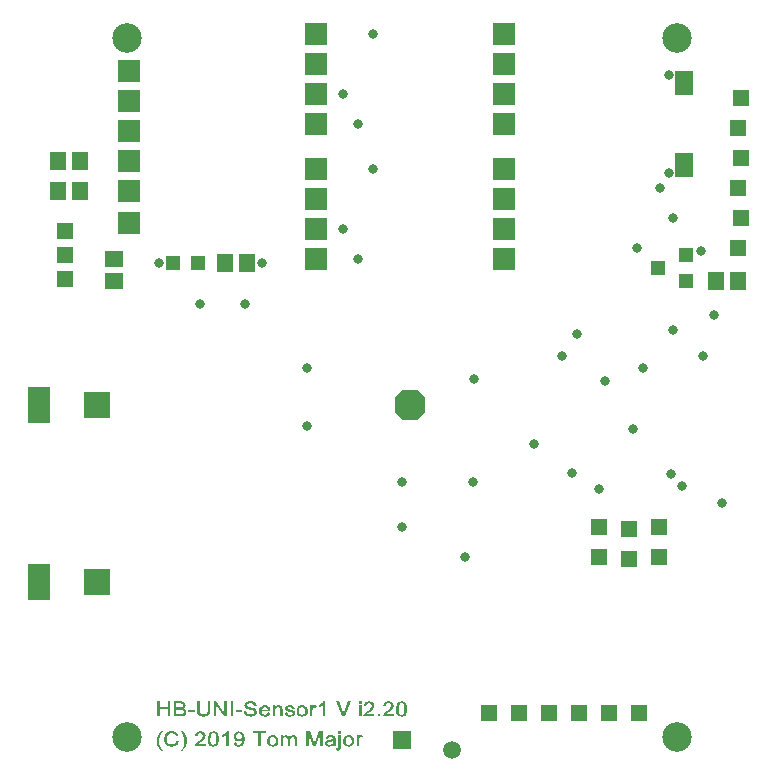
<source format=gts>
%FSLAX35Y35*%
%MOIN*%
%IN18=Loetstoppmaskeoben(X.StopTop)*%
%ADD10C,0.00591*%
%ADD11C,0.00004*%
%ADD12C,0.00200*%
%ADD13C,0.00240*%
%ADD14C,0.00300*%
%ADD15C,0.00384*%
%ADD16C,0.00400*%
%ADD17C,0.00413*%
%ADD18C,0.00535*%
%ADD19C,0.00600*%
%ADD20C,0.00748*%
%ADD21C,0.00768*%
%ADD22C,0.00787*%
%ADD23C,0.00800*%
%ADD24C,0.00886*%
%ADD25C,0.01024*%
%ADD26C,0.01181*%
%ADD27C,0.01575*%
%ADD28C,0.01969*%
%ADD29C,0.02362*%
%ADD30C,0.03150*%
%ADD31C,0.03536*%
%ADD32C,0.05000*%
%ADD33C,0.05906*%
%ADD34C,0.09843*%
%AMR_35*21,1,0.00600,0.07200,0,0,0.000*%
%ADD35R_35*%
%AMR_36*21,1,0.00788,0.03150,0,0,0.000*%
%ADD36R_36*%
%AMR_37*21,1,0.01181,0.00591,0,0,0.000*%
%ADD37R_37*%
%AMR_38*21,1,0.01181,0.01181,0,0,0.000*%
%ADD38R_38*%
%AMR_39*21,1,0.01250,0.04375,0,0,0.000*%
%ADD39R_39*%
%AMR_40*21,1,0.01400,0.05600,0,0,0.000*%
%ADD40R_40*%
%AMR_41*21,1,0.01574,0.04724,0,0,0.000*%
%ADD41R_41*%
%AMR_42*21,1,0.01969,0.05118,0,0,180.000*%
%ADD42R_42*%
%AMR_43*21,1,0.02300,0.01800,0,0,0.000*%
%ADD43R_43*%
%AMR_44*21,1,0.02362,0.05315,0,0,0.000*%
%ADD44R_44*%
%AMR_45*21,1,0.02756,0.11024,0,0,270.000*%
%ADD45R_45*%
%AMR_46*21,1,0.02953,0.05709,0,0,0.000*%
%ADD46R_46*%
%AMR_47*21,1,0.03150,0.00788,0,0,0.000*%
%ADD47R_47*%
%AMR_48*21,1,0.03750,0.01875,0,0,0.000*%
%ADD48R_48*%
%AMR_49*21,1,0.03750,0.13125,0,0,0.000*%
%ADD49R_49*%
%AMR_50*21,1,0.03937,0.05512,0,0,270.000*%
%ADD50R_50*%
%AMR_51*21,1,0.04600,0.05512,0,0,0.000*%
%ADD51R_51*%
%AMR_52*21,1,0.04724,0.01574,0,0,0.000*%
%ADD52R_52*%
%AMR_53*21,1,0.04724,0.04724,0,0,0.000*%
%ADD53R_53*%
%AMR_54*21,1,0.04724,0.04724,0,0,90.000*%
%ADD54R_54*%
%AMR_55*21,1,0.05118,0.01969,0,0,180.000*%
%ADD55R_55*%
%AMR_56*21,1,0.05118,0.05906,0,0,0.000*%
%ADD56R_56*%
%AMR_57*21,1,0.05118,0.05906,0,0,90.000*%
%ADD57R_57*%
%AMR_58*21,1,0.05118,0.05906,0,0,180.000*%
%ADD58R_58*%
%AMR_59*21,1,0.05118,0.06299,0,0,90.000*%
%ADD59R_59*%
%AMR_60*21,1,0.05118,0.06299,0,0,180.000*%
%ADD60R_60*%
%AMR_61*21,1,0.05118,0.06299,0,0,270.000*%
%ADD61R_61*%
%AMR_62*21,1,0.05512,0.05512,0,0,0.000*%
%ADD62R_62*%
%AMR_63*21,1,0.05512,0.05512,0,0,90.000*%
%ADD63R_63*%
%AMR_64*21,1,0.05512,0.05512,0,0,180.000*%
%ADD64R_64*%
%AMR_65*21,1,0.05512,0.05512,0,0,270.000*%
%ADD65R_65*%
%AMR_66*21,1,0.05600,0.01400,0,0,0.000*%
%ADD66R_66*%
%AMR_67*21,1,0.05709,0.02953,0,0,0.000*%
%ADD67R_67*%
%AMR_68*21,1,0.06299,0.06299,0,0,0.000*%
%ADD68R_68*%
%AMR_69*21,1,0.07087,0.07087,0,0,270.000*%
%ADD69R_69*%
%AMR_70*21,1,0.07087,0.11811,0,0,0.000*%
%ADD70R_70*%
%AMR_71*21,1,0.07874,0.06299,0,0,90.000*%
%ADD71R_71*%
%AMR_72*21,1,0.08661,0.04724,0,0,270.000*%
%ADD72R_72*%
%AMR_73*21,1,0.08661,0.08661,0,0,0.000*%
%ADD73R_73*%
%AMR_74*21,1,0.09843,0.19685,0,0,0.000*%
%ADD74R_74*%
%AMR_75*21,1,0.10000,0.01875,0,0,0.000*%
%ADD75R_75*%
%AMR_76*21,1,0.10625,0.01875,0,0,0.000*%
%ADD76R_76*%
%AMR_77*21,1,0.10625,0.19685,0,0,0.000*%
%ADD77R_77*%
%AMR_78*21,1,0.19685,0.09843,0,0,0.000*%
%ADD78R_78*%
%AMR_79*21,1,0.19685,0.19685,0,0,0.000*%
%ADD79R_79*%
%AMOCT_80*4,1,8,0.049213,0.024606,0.024606,0.049213,-0.024606,0.049213,-0.049213,0.024606,-0.049213,-0.024606,-0.024606,-0.049213,0.024606,-0.049213,0.049213,-0.024606,0.049213,0.024606,0.000*%
%ADD80OCT_80*%
G54D30*
X225231Y170856D03*
X44606Y167106D03*
X214606Y229606D03*
X125590Y93882D03*
X191278Y91481D03*
X125590Y78981D03*
X215856Y144606D03*
X149606Y128356D03*
X205856Y132106D03*
X215856Y182106D03*
X211481Y192106D03*
X149212Y93882D03*
X182106Y97106D03*
X214606Y197106D03*
X232106Y87106D03*
X229606Y149606D03*
X110856Y168356D03*
X110856Y213356D03*
X105856Y178356D03*
X105856Y223356D03*
X193356Y127731D03*
X215231Y96481D03*
X202731Y111481D03*
X183981Y143356D03*
X218981Y92731D03*
X93981Y132106D03*
X178981Y135856D03*
X73356Y153356D03*
X58356Y153356D03*
X78981Y167106D03*
X203876Y172106D03*
X115856Y198356D03*
X115856Y243356D03*
X169606Y106481D03*
X93981Y112731D03*
X146481Y68981D03*
X225856Y135856D03*
G54D33*
X142106Y4606D03*
G54D34*
X34055Y9055D03*
X217125Y9055D03*
X217125Y242125D03*
X34055Y242125D03*
G54D53*
X220356Y160900D03*
X220356Y169562D03*
X210856Y165231D03*
G54D54*
X49222Y167106D03*
X57490Y167106D03*
G54D58*
X237721Y160856D03*
X230241Y160856D03*
G54D59*
X29606Y160866D03*
X29606Y168346D03*
G54D60*
X73971Y167106D03*
X66491Y167106D03*
X18346Y190856D03*
X10866Y190856D03*
X18346Y200856D03*
X10866Y200856D03*
G54D62*
X191278Y78981D03*
X191278Y68981D03*
X201278Y78193D03*
X201278Y68193D03*
X211278Y78981D03*
X211278Y68981D03*
G54D63*
X237731Y172106D03*
X238518Y182106D03*
X237731Y192106D03*
X238518Y202106D03*
X237731Y212106D03*
X238518Y222106D03*
G54D64*
X204606Y17106D03*
X194606Y17106D03*
X184606Y17106D03*
X174606Y17106D03*
X164606Y17106D03*
X154606Y17106D03*
G54D65*
X13356Y161732D03*
X13356Y177480D03*
X13356Y169606D03*
G54D68*
X125590Y8043D03*
G54D69*
X96850Y243356D03*
X96850Y233356D03*
X96850Y223356D03*
X96850Y213356D03*
X96850Y198356D03*
X96850Y188356D03*
X96850Y178356D03*
X96850Y168356D03*
X159606Y243356D03*
X159606Y233356D03*
X159606Y223356D03*
X159606Y213356D03*
X159606Y198356D03*
X159606Y188356D03*
X159606Y178356D03*
X159606Y168356D03*
X34606Y220856D03*
X34606Y210856D03*
X34606Y200856D03*
X34606Y190856D03*
X34606Y180231D03*
X34606Y230856D03*
G54D70*
X4606Y119758D03*
X4606Y60703D03*
G54D71*
X219606Y199601D03*
X219606Y227111D03*
G54D73*
X24025Y119758D03*
X24025Y60703D03*
G54D80*
X128356Y119758D03*
G36*
X44812Y15856D02*
X43946Y15856D01*
X43946Y20856D01*
X44812Y20856D01*
X44812Y18848D01*
X47490Y18848D01*
X47490Y20856D01*
X48356Y20856D01*
X48356Y15856D01*
X47490Y15856D01*
X47490Y18139D01*
X44812Y18139D01*
X44812Y15856D01*
D02*G37*
G36*
X52135Y20816D02*
X51584Y20856D01*
X49458Y20856D01*
D02*G37*
G36*
X52608Y20698D02*
X52135Y20816D01*
X49458Y20856D01*
D02*G37*
G36*
X52962Y20501D02*
X52608Y20698D01*
X49458Y20856D01*
D02*G37*
G36*
X53198Y20226D02*
X52962Y20501D01*
X49458Y20856D01*
D02*G37*
G36*
X50324Y20147D02*
X53198Y20226D01*
X49458Y20856D01*
D02*G37*
G36*
X51820Y20147D02*
X53198Y20226D01*
X50324Y20147D01*
D02*G37*
G36*
X52135Y20068D02*
X53198Y20226D01*
X51820Y20147D01*
D02*G37*
G36*
X52332Y19990D02*
X53198Y20226D01*
X52135Y20068D01*
D02*G37*
G36*
X53395Y19911D02*
X53198Y20226D01*
X52332Y19990D01*
D02*G37*
G36*
X52450Y19872D02*
X53395Y19911D01*
X52332Y19990D01*
D02*G37*
G36*
X52529Y19675D02*
X53395Y19911D01*
X52450Y19872D01*
D02*G37*
G36*
X53435Y19557D02*
X53395Y19911D01*
X52529Y19675D01*
D02*G37*
G36*
X52568Y19478D02*
X53435Y19557D01*
X52529Y19675D01*
D02*G37*
G36*
X52529Y19242D02*
X53435Y19557D01*
X52568Y19478D01*
D02*G37*
G36*
X53395Y19242D02*
X53435Y19557D01*
X52529Y19242D01*
D02*G37*
G36*
X52450Y19084D02*
X53395Y19242D01*
X52529Y19242D01*
D02*G37*
G36*
X52293Y18927D02*
X53395Y19242D01*
X52450Y19084D01*
D02*G37*
G36*
X53238Y18927D02*
X53395Y19242D01*
X52293Y18927D01*
D02*G37*
G36*
X52096Y18848D02*
X53238Y18927D01*
X52293Y18927D01*
D02*G37*
G36*
X50325Y18809D02*
X50324Y20147D01*
X49458Y20856D01*
D02*G37*
G36*
X51820Y18809D02*
X53238Y18927D01*
X52096Y18848D01*
D02*G37*
G36*
X53001Y18690D02*
X53238Y18927D01*
X51820Y18809D01*
D02*G37*
G36*
X53001Y18690D02*
X51820Y18809D01*
X50325Y18809D01*
D02*G37*
G36*
X52687Y18533D02*
X53001Y18690D01*
X50325Y18809D01*
D02*G37*
G36*
X53120Y18375D02*
X52687Y18533D01*
X50325Y18809D01*
D02*G37*
G36*
X50324Y18100D02*
X53120Y18375D01*
X50325Y18809D01*
D02*G37*
G36*
X50324Y18100D02*
X50325Y18809D01*
X49458Y20856D01*
D02*G37*
G36*
X51505Y18100D02*
X53120Y18375D01*
X50324Y18100D01*
D02*G37*
G36*
X53435Y18100D02*
X53120Y18375D01*
X51505Y18100D01*
D02*G37*
G36*
X51938Y18061D02*
X53435Y18100D01*
X51505Y18100D01*
D02*G37*
G36*
X52253Y18021D02*
X53435Y18100D01*
X51938Y18061D01*
D02*G37*
G36*
X52490Y17903D02*
X53435Y18100D01*
X52253Y18021D01*
D02*G37*
G36*
X52687Y17746D02*
X53435Y18100D01*
X52490Y17903D01*
D02*G37*
G36*
X53631Y17746D02*
X53435Y18100D01*
X52687Y17746D01*
D02*G37*
G36*
X52805Y17588D02*
X53631Y17746D01*
X52687Y17746D01*
D02*G37*
G36*
X52844Y17352D02*
X53631Y17746D01*
X52805Y17588D01*
D02*G37*
G36*
X53710Y17352D02*
X53631Y17746D01*
X52844Y17352D01*
D02*G37*
G36*
X52805Y17155D02*
X53710Y17352D01*
X52844Y17352D01*
D02*G37*
G36*
X53671Y16998D02*
X53710Y17352D01*
X52805Y17155D01*
D02*G37*
G36*
X52726Y16958D02*
X53671Y16998D01*
X52805Y17155D01*
D02*G37*
G36*
X52608Y16801D02*
X53671Y16998D01*
X52726Y16958D01*
D02*G37*
G36*
X52490Y16683D02*
X53671Y16998D01*
X52608Y16801D01*
D02*G37*
G36*
X53553Y16683D02*
X53671Y16998D01*
X52490Y16683D01*
D02*G37*
G36*
X50325Y16564D02*
X50324Y18100D01*
X49458Y20856D01*
D02*G37*
G36*
X51899Y16564D02*
X53553Y16683D01*
X52490Y16683D01*
D02*G37*
G36*
X53356Y16407D02*
X53553Y16683D01*
X51899Y16564D01*
D02*G37*
G36*
X53356Y16407D02*
X51899Y16564D01*
X50325Y16564D01*
D02*G37*
G36*
X53120Y16171D02*
X53356Y16407D01*
X50325Y16564D01*
D02*G37*
G36*
X52844Y16053D02*
X53120Y16171D01*
X50325Y16564D01*
D02*G37*
G36*
X52490Y15935D02*
X52844Y16053D01*
X50325Y16564D01*
D02*G37*
G36*
X49458Y15856D02*
X50325Y16564D01*
X49458Y20856D01*
D02*G37*
G36*
X49458Y15856D02*
X52490Y15935D01*
X50325Y16564D01*
D02*G37*
G36*
X52096Y15856D02*
X52490Y15935D01*
X49458Y15856D01*
D02*G37*
G36*
X56505Y17312D02*
X54301Y17312D01*
X54301Y18021D01*
X56505Y18021D01*
X56505Y17312D01*
D02*G37*
G36*
X60797Y18021D02*
X60797Y20856D01*
X61663Y20856D01*
X61663Y17982D01*
X61624Y17312D01*
X61466Y16801D01*
X61348Y16564D01*
X61190Y16368D01*
X60757Y16053D01*
X60206Y15856D01*
X59458Y15777D01*
X58750Y15816D01*
X58198Y16013D01*
X57765Y16328D01*
X57490Y16722D01*
X57372Y16998D01*
X57293Y17273D01*
X57253Y17627D01*
X57253Y17982D01*
X57253Y20856D01*
X58120Y20856D01*
X58120Y18021D01*
X58120Y17706D01*
X58159Y17470D01*
X58198Y17234D01*
X58238Y17076D01*
X58435Y16801D01*
X58671Y16643D01*
X59025Y16525D01*
X59419Y16486D01*
X59773Y16486D01*
X60049Y16564D01*
X60285Y16643D01*
X60482Y16801D01*
X60600Y16958D01*
X60718Y17234D01*
X60797Y17588D01*
X60797Y18021D01*
D02*G37*
G36*
X63671Y15856D02*
X62805Y15856D01*
X62805Y20856D01*
X63671Y20856D01*
X66348Y17116D01*
X66348Y20856D01*
X67214Y20856D01*
X67214Y15856D01*
X66348Y15856D01*
X63671Y19635D01*
X63671Y15856D01*
D02*G37*
G36*
X69301Y15856D02*
X68435Y15856D01*
X68435Y20856D01*
X69301Y20856D01*
X69301Y15856D01*
D02*G37*
G36*
X72372Y17312D02*
X70167Y17312D01*
X70167Y18021D01*
X72372Y18021D01*
X72372Y17312D01*
D02*G37*
G36*
X72962Y17037D02*
X72883Y17588D01*
X73750Y17667D01*
X73828Y17273D01*
X73946Y16998D01*
X74183Y16761D01*
X74458Y16604D01*
X74812Y16525D01*
X75206Y16486D01*
X75561Y16525D01*
X75875Y16604D01*
X76112Y16722D01*
X76269Y16879D01*
X76387Y17076D01*
X76427Y17273D01*
X76387Y17470D01*
X76309Y17627D01*
X76151Y17746D01*
X75875Y17864D01*
X75757Y17903D01*
X75561Y17982D01*
X75285Y18021D01*
X74931Y18100D01*
X74616Y18179D01*
X74301Y18257D01*
X74064Y18336D01*
X73907Y18415D01*
X73553Y18612D01*
X73277Y18887D01*
X73120Y19202D01*
X73080Y19557D01*
X73159Y19911D01*
X73316Y20265D01*
X73631Y20541D01*
X74025Y20738D01*
X74537Y20895D01*
X75049Y20935D01*
X75639Y20895D01*
X76151Y20738D01*
X76584Y20541D01*
X76899Y20226D01*
X77096Y19832D01*
X77175Y19360D01*
X76309Y19320D01*
X76190Y19714D01*
X75954Y20029D01*
X75600Y20187D01*
X75088Y20226D01*
X74812Y20226D01*
X74576Y20187D01*
X74379Y20108D01*
X74222Y20029D01*
X74025Y19832D01*
X73946Y19596D01*
X73986Y19360D01*
X74143Y19163D01*
X74261Y19084D01*
X74498Y19005D01*
X74812Y18927D01*
X75167Y18848D01*
X75561Y18730D01*
X75915Y18651D01*
X76151Y18612D01*
X76348Y18533D01*
X76781Y18297D01*
X77057Y18021D01*
X77253Y17667D01*
X77293Y17312D01*
X77214Y16919D01*
X77017Y16525D01*
X76742Y16210D01*
X76309Y15974D01*
X75797Y15816D01*
X75246Y15777D01*
X74537Y15816D01*
X73986Y15974D01*
X73553Y16250D01*
X73198Y16604D01*
X72962Y17037D01*
D02*G37*
G36*
X80285Y19557D02*
X79891Y19596D01*
X79458Y19557D01*
D02*G37*
G36*
X79104Y19478D02*
X80285Y19557D01*
X79458Y19557D01*
D02*G37*
G36*
X80639Y19478D02*
X80285Y19557D01*
X79104Y19478D01*
D02*G37*
G36*
X78789Y19320D02*
X80639Y19478D01*
X79104Y19478D01*
D02*G37*
G36*
X80954Y19320D02*
X80639Y19478D01*
X78789Y19320D01*
D02*G37*
G36*
X78474Y19084D02*
X80954Y19320D01*
X78789Y19320D01*
D02*G37*
G36*
X81230Y19084D02*
X80954Y19320D01*
X78474Y19084D01*
D02*G37*
G36*
X79891Y18966D02*
X81230Y19084D01*
X78474Y19084D01*
D02*G37*
G36*
X79458Y18887D02*
X79891Y18966D01*
X78474Y19084D01*
D02*G37*
G36*
X80324Y18887D02*
X81230Y19084D01*
X79891Y18966D01*
D02*G37*
G36*
X78277Y18809D02*
X79458Y18887D01*
X78474Y19084D01*
D02*G37*
G36*
X81466Y18809D02*
X81230Y19084D01*
X80324Y18887D01*
D02*G37*
G36*
X79104Y18730D02*
X79458Y18887D01*
X78277Y18809D01*
D02*G37*
G36*
X80679Y18651D02*
X81466Y18809D01*
X80324Y18887D01*
D02*G37*
G36*
X81624Y18494D02*
X81466Y18809D01*
X80679Y18651D01*
D02*G37*
G36*
X78080Y18454D02*
X79104Y18730D01*
X78277Y18809D01*
D02*G37*
G36*
X78907Y18415D02*
X79104Y18730D01*
X78080Y18454D01*
D02*G37*
G36*
X80836Y18415D02*
X81624Y18494D01*
X80679Y18651D01*
D02*G37*
G36*
X81702Y18139D02*
X81624Y18494D01*
X80836Y18415D01*
D02*G37*
G36*
X78001Y18100D02*
X78907Y18415D01*
X78080Y18454D01*
D02*G37*
G36*
X78790Y18100D02*
X78907Y18415D01*
X78001Y18100D01*
D02*G37*
G36*
X80915Y18100D02*
X81702Y18139D01*
X80836Y18415D01*
D02*G37*
G36*
X81742Y17706D02*
X81702Y18139D01*
X80915Y18100D01*
D02*G37*
G36*
X81742Y17706D02*
X80915Y18100D01*
X78001Y18100D01*
D02*G37*
G36*
X77962Y17667D02*
X81742Y17706D01*
X78001Y18100D01*
D02*G37*
G36*
X78789Y17470D02*
X81742Y17706D01*
X77962Y17667D01*
D02*G37*
G36*
X81742Y17470D02*
X81742Y17706D01*
X78789Y17470D01*
D02*G37*
G36*
X78001Y17234D02*
X78789Y17470D01*
X77962Y17667D01*
D02*G37*
G36*
X78907Y17037D02*
X78789Y17470D01*
X78001Y17234D01*
D02*G37*
G36*
X78080Y16879D02*
X78907Y17037D01*
X78001Y17234D01*
D02*G37*
G36*
X80757Y16801D02*
X81702Y17037D01*
X80915Y17155D01*
D02*G37*
G36*
X79143Y16683D02*
X78907Y17037D01*
X78080Y16879D01*
D02*G37*
G36*
X78277Y16564D02*
X79143Y16683D01*
X78080Y16879D01*
D02*G37*
G36*
X80521Y16564D02*
X81702Y17037D01*
X80757Y16801D01*
D02*G37*
G36*
X79498Y16486D02*
X79143Y16683D01*
X78277Y16564D01*
D02*G37*
G36*
X81466Y16486D02*
X81702Y17037D01*
X80521Y16564D01*
D02*G37*
G36*
X80246Y16446D02*
X81466Y16486D01*
X80521Y16564D01*
D02*G37*
G36*
X79931Y16407D02*
X79498Y16486D01*
X78277Y16564D01*
D02*G37*
G36*
X79931Y16407D02*
X81466Y16486D01*
X80246Y16446D01*
D02*G37*
G36*
X78474Y16289D02*
X79931Y16407D01*
X78277Y16564D01*
D02*G37*
G36*
X78474Y16289D02*
X81466Y16486D01*
X79931Y16407D01*
D02*G37*
G36*
X81309Y16250D02*
X81466Y16486D01*
X78474Y16289D01*
D02*G37*
G36*
X78789Y16053D02*
X81309Y16250D01*
X78474Y16289D01*
D02*G37*
G36*
X80836Y15935D02*
X81309Y16250D01*
X78789Y16053D01*
D02*G37*
G36*
X79104Y15895D02*
X80836Y15935D01*
X78789Y16053D01*
D02*G37*
G36*
X80561Y15856D02*
X80836Y15935D01*
X79104Y15895D01*
D02*G37*
G36*
X79498Y15816D02*
X80561Y15856D01*
X79104Y15895D01*
D02*G37*
G36*
X79931Y15777D02*
X80561Y15856D01*
X79498Y15816D01*
D02*G37*
G36*
X80246Y15777D02*
X80561Y15856D01*
X79931Y15777D01*
D02*G37*
G36*
X83316Y15856D02*
X82490Y15856D01*
X82490Y19517D01*
X83316Y19517D01*
X83316Y19045D01*
X83474Y19281D01*
X83750Y19438D01*
X84064Y19557D01*
X84419Y19596D01*
X84773Y19557D01*
X85088Y19478D01*
X85364Y19320D01*
X85561Y19163D01*
X85679Y18927D01*
X85757Y18690D01*
X85797Y18454D01*
X85797Y18100D01*
X85797Y15856D01*
X84970Y15856D01*
X84970Y18100D01*
X84970Y18375D01*
X84891Y18612D01*
X84812Y18769D01*
X84655Y18848D01*
X84458Y18927D01*
X84261Y18966D01*
X83907Y18887D01*
X83592Y18730D01*
X83474Y18612D01*
X83395Y18415D01*
X83316Y18179D01*
X83316Y17864D01*
X83316Y15856D01*
D02*G37*
G36*
X86624Y16722D02*
X86545Y17037D01*
X87372Y17155D01*
X87450Y16801D01*
X87647Y16564D01*
X87923Y16446D01*
X88277Y16407D01*
X88671Y16446D01*
X88907Y16564D01*
X89064Y16722D01*
X89104Y16919D01*
X89064Y17037D01*
X88946Y17155D01*
X88828Y17194D01*
X88710Y17234D01*
X88513Y17273D01*
X88277Y17352D01*
X87923Y17431D01*
X87647Y17509D01*
X87450Y17588D01*
X87253Y17627D01*
X86978Y17785D01*
X86781Y18021D01*
X86663Y18257D01*
X86624Y18533D01*
X86663Y18769D01*
X86742Y18966D01*
X86899Y19163D01*
X87096Y19320D01*
X87293Y19438D01*
X87529Y19517D01*
X88159Y19596D01*
X88592Y19557D01*
X88986Y19478D01*
X89301Y19320D01*
X89537Y19124D01*
X89694Y18848D01*
X89773Y18454D01*
X88946Y18375D01*
X88868Y18651D01*
X88710Y18809D01*
X88513Y18927D01*
X88198Y18966D01*
X87844Y18927D01*
X87608Y18848D01*
X87490Y18730D01*
X87450Y18612D01*
X87529Y18415D01*
X87726Y18257D01*
X87805Y18257D01*
X87923Y18218D01*
X88080Y18179D01*
X88277Y18139D01*
X88592Y18061D01*
X88868Y17982D01*
X89104Y17903D01*
X89301Y17824D01*
X89537Y17706D01*
X89773Y17509D01*
X89891Y17273D01*
X89931Y16998D01*
X89891Y16643D01*
X89734Y16368D01*
X89458Y16092D01*
X89143Y15935D01*
X88750Y15816D01*
X88277Y15777D01*
X87923Y15777D01*
X87608Y15856D01*
X87332Y15935D01*
X87096Y16092D01*
X86899Y16250D01*
X86742Y16486D01*
X86624Y16722D01*
D02*G37*
G36*
X91270Y17706D02*
X90442Y17706D01*
X90482Y18179D01*
X90600Y18572D01*
X90797Y18927D01*
X91072Y19202D01*
X91309Y19360D01*
X91624Y19478D01*
X91938Y19557D01*
X92293Y19596D01*
X92687Y19557D01*
X93041Y19478D01*
X93356Y19320D01*
X93631Y19084D01*
X93868Y18809D01*
X94025Y18494D01*
X94104Y18139D01*
X94143Y17746D01*
X94104Y17116D01*
X93907Y16643D01*
X93631Y16289D01*
X93238Y16013D01*
X92805Y15816D01*
X92293Y15777D01*
X91899Y15816D01*
X91545Y15895D01*
X91230Y16053D01*
X90954Y16289D01*
X90718Y16564D01*
X90561Y16879D01*
X90482Y17273D01*
X90443Y17706D01*
X91269Y17706D01*
X91309Y17391D01*
X91348Y17116D01*
X91427Y16919D01*
X91584Y16722D01*
X91742Y16564D01*
X91899Y16486D01*
X92096Y16407D01*
X92293Y16407D01*
X92490Y16407D01*
X92687Y16486D01*
X92844Y16564D01*
X93001Y16722D01*
X93159Y16919D01*
X93238Y17116D01*
X93316Y17391D01*
X93316Y17706D01*
X93238Y18257D01*
X93041Y18651D01*
X92687Y18887D01*
X92293Y18966D01*
X91899Y18887D01*
X91545Y18651D01*
X91427Y18494D01*
X91348Y18257D01*
X91269Y18021D01*
X91270Y17706D01*
D02*G37*
G36*
X95757Y15856D02*
X94931Y15856D01*
X94931Y19517D01*
X95679Y19517D01*
X95679Y19045D01*
X95797Y19281D01*
X95954Y19478D01*
X96190Y19557D01*
X96427Y19596D01*
X96781Y19557D01*
X97175Y19360D01*
X96899Y18730D01*
X96624Y18848D01*
X96387Y18887D01*
X96230Y18848D01*
X96072Y18769D01*
X95954Y18651D01*
X95875Y18494D01*
X95797Y18179D01*
X95757Y17824D01*
X95757Y15856D01*
D02*G37*
G36*
X99970Y20856D02*
X99970Y15856D01*
X99143Y15856D01*
X99143Y19675D01*
X98946Y19478D01*
X98631Y19242D01*
X98238Y19084D01*
X97844Y18927D01*
X97844Y19596D01*
X98356Y19872D01*
X98828Y20187D01*
X99143Y20501D01*
X99419Y20856D01*
X99970Y20856D01*
D02*G37*
G36*
X106505Y15856D02*
X105639Y15856D01*
X103553Y20856D01*
X104458Y20856D01*
X105836Y17312D01*
X105994Y16919D01*
X106072Y16564D01*
X106151Y16919D01*
X106269Y17312D01*
X107765Y20856D01*
X108671Y20856D01*
X106505Y15856D01*
D02*G37*
G36*
X112135Y20108D02*
X111309Y20108D01*
X111309Y20856D01*
X112135Y20856D01*
X112135Y20108D01*
D02*G37*
G36*
X112135Y15856D02*
X111309Y15856D01*
X111309Y19517D01*
X112135Y19517D01*
X112135Y15856D01*
D02*G37*
G36*
X113789Y16564D02*
X116427Y16564D01*
X116427Y15856D01*
X112765Y15856D01*
X112765Y16131D01*
X112844Y16368D01*
X113001Y16722D01*
X113277Y17037D01*
X113631Y17391D01*
X114104Y17785D01*
X114498Y18100D01*
X114812Y18375D01*
X115088Y18612D01*
X115246Y18809D01*
X115482Y19163D01*
X115561Y19478D01*
X115482Y19753D01*
X115324Y19990D01*
X115009Y20187D01*
X114655Y20226D01*
X114222Y20147D01*
X113946Y19990D01*
X113750Y19714D01*
X113671Y19281D01*
X112844Y19360D01*
X112923Y19714D01*
X113001Y20029D01*
X113159Y20265D01*
X113395Y20501D01*
X113631Y20659D01*
X113946Y20777D01*
X114261Y20816D01*
X114655Y20856D01*
X115049Y20816D01*
X115364Y20738D01*
X115679Y20620D01*
X115915Y20462D01*
X116112Y20226D01*
X116269Y19990D01*
X116348Y19753D01*
X116387Y19478D01*
X116348Y19163D01*
X116269Y18848D01*
X116072Y18572D01*
X115836Y18257D01*
X115639Y18061D01*
X115442Y17864D01*
X115167Y17627D01*
X114852Y17391D01*
X114576Y17194D01*
X114379Y17037D01*
X114183Y16879D01*
X114064Y16801D01*
X113907Y16643D01*
X113789Y16564D01*
D02*G37*
G36*
X118356Y15856D02*
X117490Y15856D01*
X117490Y16604D01*
X118356Y16604D01*
X118356Y15856D01*
D02*G37*
G36*
X120246Y16564D02*
X122883Y16564D01*
X122883Y15856D01*
X119222Y15856D01*
X119222Y16131D01*
X119301Y16368D01*
X119458Y16722D01*
X119734Y17037D01*
X120088Y17391D01*
X120561Y17785D01*
X120954Y18100D01*
X121269Y18375D01*
X121545Y18612D01*
X121702Y18809D01*
X121938Y19163D01*
X122017Y19478D01*
X121938Y19753D01*
X121781Y19990D01*
X121466Y20187D01*
X121112Y20226D01*
X120679Y20147D01*
X120403Y19990D01*
X120206Y19714D01*
X120127Y19281D01*
X119301Y19360D01*
X119379Y19714D01*
X119458Y20029D01*
X119616Y20265D01*
X119852Y20501D01*
X120088Y20659D01*
X120403Y20777D01*
X120718Y20816D01*
X121112Y20856D01*
X121505Y20816D01*
X121820Y20738D01*
X122135Y20620D01*
X122372Y20462D01*
X122568Y20226D01*
X122726Y19990D01*
X122805Y19753D01*
X122844Y19478D01*
X122805Y19163D01*
X122726Y18848D01*
X122529Y18572D01*
X122293Y18257D01*
X122096Y18061D01*
X121899Y17864D01*
X121624Y17627D01*
X121309Y17391D01*
X121033Y17194D01*
X120836Y17037D01*
X120639Y16879D01*
X120521Y16801D01*
X120364Y16643D01*
X120246Y16564D01*
D02*G37*
G36*
X124459Y18336D02*
X123631Y18336D01*
X123631Y18730D01*
X123671Y19124D01*
X123750Y19438D01*
X123828Y19714D01*
X124064Y20226D01*
X124419Y20580D01*
X124891Y20777D01*
X125442Y20856D01*
X125875Y20816D01*
X126230Y20698D01*
X126584Y20462D01*
X126820Y20226D01*
X126978Y19872D01*
X127135Y19478D01*
X127214Y18966D01*
X127253Y18336D01*
X127253Y17903D01*
X127214Y17549D01*
X127135Y17194D01*
X127057Y16919D01*
X126820Y16407D01*
X126466Y16053D01*
X125994Y15856D01*
X125442Y15777D01*
X125049Y15816D01*
X124734Y15895D01*
X124419Y16092D01*
X124143Y16289D01*
X123946Y16683D01*
X123750Y17116D01*
X123671Y17667D01*
X123632Y18336D01*
X124458Y18336D01*
X124458Y17785D01*
X124537Y17352D01*
X124616Y16998D01*
X124734Y16761D01*
X124891Y16604D01*
X125088Y16486D01*
X125246Y16446D01*
X125442Y16407D01*
X125639Y16446D01*
X125797Y16486D01*
X125994Y16604D01*
X126151Y16761D01*
X126269Y16998D01*
X126348Y17352D01*
X126427Y17785D01*
X126427Y18336D01*
X126427Y18848D01*
X126348Y19281D01*
X126269Y19635D01*
X126151Y19872D01*
X125994Y20029D01*
X125836Y20147D01*
X125639Y20187D01*
X125442Y20226D01*
X125049Y20147D01*
X124773Y19911D01*
X124655Y19675D01*
X124537Y19320D01*
X124498Y18848D01*
X124459Y18336D01*
D02*G37*
G36*
X45797Y4438D02*
X45206Y4438D01*
X44655Y5147D01*
X44222Y5935D01*
X44064Y6368D01*
X43946Y6801D01*
X43868Y7234D01*
X43828Y7706D01*
X43907Y8494D01*
X44143Y9242D01*
X44301Y9635D01*
X44576Y10068D01*
X44852Y10501D01*
X45206Y10935D01*
X45797Y10935D01*
X45600Y10580D01*
X45403Y10265D01*
X45285Y10029D01*
X45167Y9872D01*
X44970Y9399D01*
X44812Y8927D01*
X44694Y8336D01*
X44655Y7706D01*
X44734Y6919D01*
X44931Y6092D01*
X45285Y5265D01*
X45797Y4438D01*
D02*G37*
G36*
X50285Y7431D02*
X50364Y7746D01*
X51230Y7509D01*
X51072Y7116D01*
X50915Y6761D01*
X50679Y6446D01*
X50403Y6210D01*
X50088Y6013D01*
X49734Y5895D01*
X49340Y5816D01*
X48907Y5777D01*
X48513Y5777D01*
X48120Y5856D01*
X47765Y5974D01*
X47450Y6092D01*
X46978Y6525D01*
X46584Y7076D01*
X46387Y7706D01*
X46309Y8415D01*
X46348Y8769D01*
X46387Y9124D01*
X46505Y9438D01*
X46624Y9753D01*
X47017Y10265D01*
X47568Y10620D01*
X48198Y10856D01*
X48907Y10935D01*
X49301Y10895D01*
X49694Y10816D01*
X50009Y10698D01*
X50324Y10541D01*
X50600Y10305D01*
X50797Y10068D01*
X50994Y9753D01*
X51112Y9399D01*
X50285Y9242D01*
X50167Y9478D01*
X50049Y9675D01*
X49891Y9872D01*
X49734Y9990D01*
X49340Y10147D01*
X48868Y10226D01*
X48356Y10147D01*
X47883Y9990D01*
X47568Y9675D01*
X47332Y9281D01*
X47214Y8848D01*
X47175Y8415D01*
X47214Y7824D01*
X47372Y7352D01*
X47608Y6958D01*
X47962Y6683D01*
X48395Y6525D01*
X48868Y6486D01*
X49379Y6564D01*
X49812Y6761D01*
X50009Y6958D01*
X50167Y7155D01*
X50285Y7431D01*
D02*G37*
G36*
X53080Y5147D02*
X52529Y4438D01*
X51938Y4438D01*
X52450Y5265D01*
X52805Y6092D01*
X53001Y6919D01*
X53080Y7706D01*
X53041Y8297D01*
X52923Y8927D01*
X52765Y9399D01*
X52568Y9872D01*
X52450Y10029D01*
X52332Y10265D01*
X52175Y10580D01*
X51938Y10935D01*
X52529Y10935D01*
X52883Y10501D01*
X53159Y10068D01*
X53435Y9635D01*
X53592Y9242D01*
X53828Y8494D01*
X53907Y7706D01*
X53868Y7273D01*
X53828Y6801D01*
X53671Y6368D01*
X53513Y5935D01*
X53080Y5147D01*
D02*G37*
G36*
X57529Y6564D02*
X60167Y6564D01*
X60167Y5856D01*
X56505Y5856D01*
X56505Y6131D01*
X56584Y6368D01*
X56742Y6722D01*
X57017Y7037D01*
X57372Y7391D01*
X57844Y7785D01*
X58238Y8100D01*
X58553Y8375D01*
X58828Y8612D01*
X58986Y8809D01*
X59222Y9163D01*
X59301Y9478D01*
X59222Y9753D01*
X59064Y9990D01*
X58750Y10187D01*
X58395Y10226D01*
X57962Y10147D01*
X57687Y9990D01*
X57490Y9714D01*
X57411Y9281D01*
X56584Y9360D01*
X56663Y9714D01*
X56742Y10029D01*
X56899Y10265D01*
X57135Y10501D01*
X57372Y10659D01*
X57687Y10777D01*
X58001Y10816D01*
X58395Y10856D01*
X58789Y10816D01*
X59104Y10738D01*
X59419Y10620D01*
X59655Y10462D01*
X59852Y10226D01*
X60009Y9990D01*
X60088Y9753D01*
X60127Y9478D01*
X60088Y9163D01*
X60009Y8848D01*
X59812Y8572D01*
X59576Y8257D01*
X59379Y8061D01*
X59183Y7864D01*
X58907Y7627D01*
X58592Y7391D01*
X58316Y7194D01*
X58120Y7037D01*
X57923Y6879D01*
X57805Y6801D01*
X57647Y6643D01*
X57529Y6564D01*
D02*G37*
G36*
X61743Y8336D02*
X60915Y8336D01*
X60915Y8730D01*
X60954Y9124D01*
X61033Y9438D01*
X61112Y9714D01*
X61348Y10226D01*
X61702Y10580D01*
X62175Y10777D01*
X62726Y10856D01*
X63159Y10816D01*
X63513Y10698D01*
X63868Y10462D01*
X64104Y10226D01*
X64261Y9872D01*
X64419Y9478D01*
X64498Y8966D01*
X64537Y8336D01*
X64537Y7903D01*
X64498Y7549D01*
X64419Y7194D01*
X64340Y6919D01*
X64104Y6407D01*
X63750Y6053D01*
X63277Y5856D01*
X62726Y5777D01*
X62332Y5816D01*
X62017Y5895D01*
X61702Y6092D01*
X61427Y6289D01*
X61230Y6683D01*
X61033Y7116D01*
X60954Y7667D01*
X60916Y8336D01*
X61742Y8336D01*
X61742Y7785D01*
X61820Y7352D01*
X61899Y6998D01*
X62017Y6761D01*
X62175Y6604D01*
X62372Y6486D01*
X62529Y6446D01*
X62726Y6407D01*
X62923Y6446D01*
X63080Y6486D01*
X63277Y6604D01*
X63435Y6761D01*
X63553Y6998D01*
X63631Y7352D01*
X63710Y7785D01*
X63710Y8336D01*
X63710Y8848D01*
X63631Y9281D01*
X63553Y9635D01*
X63435Y9872D01*
X63277Y10029D01*
X63120Y10147D01*
X62923Y10187D01*
X62726Y10226D01*
X62332Y10147D01*
X62057Y9911D01*
X61938Y9675D01*
X61820Y9320D01*
X61781Y8848D01*
X61743Y8336D01*
D02*G37*
G36*
X67805Y10856D02*
X67805Y5856D01*
X66978Y5856D01*
X66978Y9675D01*
X66781Y9478D01*
X66466Y9242D01*
X66072Y9084D01*
X65679Y8927D01*
X65679Y9596D01*
X66190Y9872D01*
X66663Y10187D01*
X66978Y10501D01*
X67253Y10856D01*
X67805Y10856D01*
D02*G37*
G36*
X71742Y10777D02*
X71230Y10856D01*
X70875Y10816D01*
D02*G37*
G36*
X70561Y10738D02*
X71742Y10777D01*
X70875Y10816D01*
D02*G37*
G36*
X70246Y10580D02*
X71742Y10777D01*
X70561Y10738D01*
D02*G37*
G36*
X72214Y10580D02*
X71742Y10777D01*
X70246Y10580D01*
D02*G37*
G36*
X69970Y10383D02*
X72214Y10580D01*
X70246Y10580D01*
D02*G37*
G36*
X72608Y10265D02*
X72214Y10580D01*
X69970Y10383D01*
D02*G37*
G36*
X71309Y10226D02*
X72608Y10265D01*
X69970Y10383D01*
D02*G37*
G36*
X69773Y10147D02*
X71309Y10226D01*
X69970Y10383D01*
D02*G37*
G36*
X70915Y10147D02*
X71309Y10226D01*
X69773Y10147D01*
D02*G37*
G36*
X71702Y10147D02*
X72608Y10265D01*
X71309Y10226D01*
D02*G37*
G36*
X70600Y9950D02*
X70915Y10147D01*
X69773Y10147D01*
D02*G37*
G36*
X71978Y9950D02*
X72608Y10265D01*
X71702Y10147D01*
D02*G37*
G36*
X69616Y9832D02*
X70600Y9950D01*
X69773Y10147D01*
D02*G37*
G36*
X72883Y9832D02*
X72608Y10265D01*
X71978Y9950D01*
D02*G37*
G36*
X72175Y9635D02*
X72883Y9832D01*
X71978Y9950D01*
D02*G37*
G36*
X70403Y9596D02*
X70600Y9950D01*
X69616Y9832D01*
D02*G37*
G36*
X73001Y9557D02*
X72883Y9832D01*
X72175Y9635D01*
D02*G37*
G36*
X69537Y9517D02*
X70403Y9596D01*
X69616Y9832D01*
D02*G37*
G36*
X72254Y9242D02*
X73001Y9557D01*
X72175Y9635D01*
D02*G37*
G36*
X73080Y9242D02*
X73001Y9557D01*
X72254Y9242D01*
D02*G37*
G36*
X69498Y9163D02*
X70403Y9596D01*
X69537Y9517D01*
D02*G37*
G36*
X70324Y9163D02*
X70403Y9596D01*
X69498Y9163D01*
D02*G37*
G36*
X73120Y8887D02*
X73080Y9242D01*
X72254Y9242D01*
D02*G37*
G36*
X69537Y8809D02*
X70324Y9163D01*
X69498Y9163D01*
D02*G37*
G36*
X72175Y8809D02*
X73120Y8887D01*
X72254Y9242D01*
D02*G37*
G36*
X70403Y8769D02*
X70324Y9163D01*
X69537Y8809D01*
D02*G37*
G36*
X69616Y8494D02*
X70403Y8769D01*
X69537Y8809D01*
D02*G37*
G36*
X70600Y8494D02*
X70403Y8769D01*
X69616Y8494D01*
D02*G37*
G36*
X71978Y8494D02*
X73120Y8887D01*
X72175Y8809D01*
D02*G37*
G36*
X70915Y8297D02*
X70600Y8494D01*
X69616Y8494D01*
D02*G37*
G36*
X71663Y8297D02*
X73120Y8887D01*
X71978Y8494D01*
D02*G37*
G36*
X69773Y8218D02*
X70915Y8297D01*
X69616Y8494D01*
D02*G37*
G36*
X71309Y8218D02*
X70915Y8297D01*
X69773Y8218D01*
D02*G37*
G36*
X72293Y8100D02*
X73120Y8887D01*
X71663Y8297D01*
D02*G37*
G36*
X72293Y8100D02*
X71663Y8297D01*
X71309Y8218D01*
D02*G37*
G36*
X72293Y8100D02*
X71309Y8218D01*
X69773Y8218D01*
D02*G37*
G36*
X73120Y8021D02*
X73120Y8887D01*
X72293Y8100D01*
D02*G37*
G36*
X69970Y7982D02*
X72293Y8100D01*
X69773Y8218D01*
D02*G37*
G36*
X72175Y7903D02*
X72293Y8100D01*
X69970Y7982D01*
D02*G37*
G36*
X70206Y7746D02*
X72175Y7903D01*
X69970Y7982D01*
D02*G37*
G36*
X72293Y7746D02*
X73120Y8021D01*
X72293Y8100D01*
D02*G37*
G36*
X71899Y7706D02*
X72175Y7903D01*
X70206Y7746D01*
D02*G37*
G36*
X70482Y7627D02*
X71899Y7706D01*
X70206Y7746D01*
D02*G37*
G36*
X73080Y7627D02*
X73120Y8021D01*
X72293Y7746D01*
D02*G37*
G36*
X70797Y7549D02*
X71899Y7706D01*
X70482Y7627D01*
D02*G37*
G36*
X71505Y7549D02*
X71899Y7706D01*
X70797Y7549D01*
D02*G37*
G36*
X71112Y7509D02*
X71505Y7549D01*
X70797Y7549D01*
D02*G37*
G36*
X72214Y7391D02*
X73080Y7627D01*
X72293Y7746D01*
D02*G37*
G36*
X73001Y7273D02*
X73080Y7627D01*
X72214Y7391D01*
D02*G37*
G36*
X72096Y7076D02*
X73001Y7273D01*
X72214Y7391D01*
D02*G37*
G36*
X72883Y6958D02*
X73001Y7273D01*
X72096Y7076D01*
D02*G37*
G36*
X71978Y6840D02*
X72883Y6958D01*
X72096Y7076D01*
D02*G37*
G36*
X69655Y6801D02*
X70403Y7194D01*
X69576Y7116D01*
D02*G37*
G36*
X70521Y6801D02*
X70403Y7194D01*
X69655Y6801D01*
D02*G37*
G36*
X71820Y6643D02*
X72883Y6958D01*
X71978Y6840D01*
D02*G37*
G36*
X70679Y6564D02*
X70521Y6801D01*
X69655Y6801D01*
D02*G37*
G36*
X69734Y6525D02*
X70679Y6564D01*
X69655Y6801D01*
D02*G37*
G36*
X71663Y6525D02*
X72883Y6958D01*
X71820Y6643D01*
D02*G37*
G36*
X70915Y6446D02*
X70679Y6564D01*
X69734Y6525D01*
D02*G37*
G36*
X72608Y6446D02*
X72883Y6958D01*
X71663Y6525D01*
D02*G37*
G36*
X72608Y6446D02*
X71663Y6525D01*
X71427Y6446D01*
D02*G37*
G36*
X71190Y6407D02*
X70915Y6446D01*
X69734Y6525D01*
D02*G37*
G36*
X71190Y6407D02*
X72608Y6446D01*
X71427Y6446D01*
D02*G37*
G36*
X69891Y6289D02*
X71190Y6407D01*
X69734Y6525D01*
D02*G37*
G36*
X69891Y6289D02*
X72608Y6446D01*
X71190Y6407D01*
D02*G37*
G36*
X72214Y6092D02*
X72608Y6446D01*
X69891Y6289D01*
D02*G37*
G36*
X70285Y5974D02*
X72214Y6092D01*
X69891Y6289D01*
D02*G37*
G36*
X71978Y5935D02*
X72214Y6092D01*
X70285Y5974D01*
D02*G37*
G36*
X70561Y5856D02*
X71978Y5935D01*
X70285Y5974D01*
D02*G37*
G36*
X71702Y5856D02*
X71978Y5935D01*
X70561Y5856D01*
D02*G37*
G36*
X70836Y5777D02*
X71702Y5856D01*
X70561Y5856D01*
D02*G37*
G36*
X71151Y5777D02*
X71702Y5856D01*
X70836Y5777D01*
D02*G37*
G36*
X78435Y5856D02*
X77568Y5856D01*
X77568Y10147D01*
X75797Y10147D01*
X75797Y10856D01*
X80206Y10856D01*
X80206Y10147D01*
X78435Y10147D01*
X78435Y5856D01*
D02*G37*
G36*
X81467Y7706D02*
X80639Y7706D01*
X80679Y8179D01*
X80797Y8572D01*
X80994Y8927D01*
X81269Y9202D01*
X81505Y9360D01*
X81820Y9478D01*
X82135Y9557D01*
X82490Y9596D01*
X82883Y9557D01*
X83238Y9478D01*
X83553Y9320D01*
X83828Y9084D01*
X84064Y8809D01*
X84222Y8494D01*
X84301Y8139D01*
X84340Y7746D01*
X84301Y7116D01*
X84104Y6643D01*
X83828Y6289D01*
X83435Y6013D01*
X83001Y5816D01*
X82490Y5777D01*
X82096Y5816D01*
X81742Y5895D01*
X81427Y6053D01*
X81151Y6289D01*
X80915Y6564D01*
X80757Y6879D01*
X80679Y7273D01*
X80640Y7706D01*
X81466Y7706D01*
X81505Y7391D01*
X81545Y7116D01*
X81624Y6919D01*
X81781Y6722D01*
X81938Y6564D01*
X82096Y6486D01*
X82293Y6407D01*
X82490Y6407D01*
X82687Y6407D01*
X82883Y6486D01*
X83041Y6564D01*
X83198Y6722D01*
X83356Y6919D01*
X83435Y7116D01*
X83513Y7391D01*
X83513Y7706D01*
X83435Y8257D01*
X83238Y8651D01*
X82883Y8887D01*
X82490Y8966D01*
X82096Y8887D01*
X81742Y8651D01*
X81624Y8494D01*
X81545Y8257D01*
X81466Y8021D01*
X81467Y7706D01*
D02*G37*
G36*
X85954Y5856D02*
X85127Y5856D01*
X85127Y9517D01*
X85954Y9517D01*
X85954Y9084D01*
X86033Y9242D01*
X86269Y9438D01*
X86624Y9557D01*
X87017Y9596D01*
X87411Y9557D01*
X87765Y9399D01*
X88001Y9242D01*
X88120Y9005D01*
X88316Y9281D01*
X88592Y9438D01*
X88907Y9557D01*
X89301Y9596D01*
X89852Y9517D01*
X90246Y9281D01*
X90403Y9124D01*
X90482Y8887D01*
X90561Y8651D01*
X90600Y8375D01*
X90600Y5856D01*
X89773Y5856D01*
X89773Y8179D01*
X89734Y8454D01*
X89694Y8651D01*
X89616Y8769D01*
X89498Y8887D01*
X89340Y8927D01*
X89143Y8966D01*
X88789Y8887D01*
X88513Y8730D01*
X88316Y8454D01*
X88277Y7982D01*
X88277Y5856D01*
X87450Y5856D01*
X87450Y8257D01*
X87411Y8572D01*
X87293Y8769D01*
X87096Y8927D01*
X86820Y8966D01*
X86584Y8927D01*
X86348Y8848D01*
X86151Y8690D01*
X86033Y8494D01*
X85954Y8179D01*
X85954Y7785D01*
X85954Y5856D01*
D02*G37*
G36*
X94616Y5856D02*
X93750Y5856D01*
X93750Y10856D01*
X94931Y10856D01*
X96269Y7391D01*
X96348Y7155D01*
X96387Y6958D01*
X96427Y6840D01*
X96466Y6722D01*
X96466Y6840D01*
X96505Y6998D01*
X96584Y7194D01*
X96663Y7431D01*
X98001Y10856D01*
X99104Y10856D01*
X99104Y5856D01*
X98238Y5856D01*
X98238Y9950D01*
X96781Y5856D01*
X96033Y5856D01*
X94616Y9990D01*
X94616Y5856D01*
D02*G37*
G36*
X102332Y9557D02*
X101860Y9596D01*
X101348Y9557D01*
D02*G37*
G36*
X100915Y9478D02*
X102332Y9557D01*
X101348Y9557D01*
D02*G37*
G36*
X102687Y9478D02*
X102332Y9557D01*
X100915Y9478D01*
D02*G37*
G36*
X103001Y9360D02*
X102687Y9478D01*
X100915Y9478D01*
D02*G37*
G36*
X100561Y9281D02*
X103001Y9360D01*
X100915Y9478D01*
D02*G37*
G36*
X103198Y9202D02*
X103001Y9360D01*
X100561Y9281D01*
D02*G37*
G36*
X100324Y9084D02*
X103198Y9202D01*
X100561Y9281D01*
D02*G37*
G36*
X103316Y9005D02*
X103198Y9202D01*
X100324Y9084D01*
D02*G37*
G36*
X101742Y8966D02*
X103316Y9005D01*
X100324Y9084D01*
D02*G37*
G36*
X101387Y8927D02*
X101742Y8966D01*
X100324Y9084D01*
D02*G37*
G36*
X102135Y8927D02*
X103316Y9005D01*
X101742Y8966D01*
D02*G37*
G36*
X101112Y8848D02*
X101387Y8927D01*
X100324Y9084D01*
D02*G37*
G36*
X100127Y8769D02*
X101112Y8848D01*
X100324Y9084D01*
D02*G37*
G36*
X102411Y8769D02*
X103316Y9005D01*
X102135Y8927D01*
D02*G37*
G36*
X103395Y8769D02*
X103316Y9005D01*
X102411Y8769D01*
D02*G37*
G36*
X100954Y8612D02*
X101112Y8848D01*
X100127Y8769D01*
D02*G37*
G36*
X102529Y8612D02*
X103395Y8769D01*
X102411Y8769D01*
D02*G37*
G36*
X103435Y8533D02*
X103395Y8769D01*
X102529Y8612D01*
D02*G37*
G36*
X100009Y8375D02*
X100954Y8612D01*
X100127Y8769D01*
D02*G37*
G36*
X102568Y8336D02*
X103435Y8533D01*
X102529Y8612D01*
D02*G37*
G36*
X100797Y8297D02*
X100954Y8612D01*
X100009Y8375D01*
D02*G37*
G36*
X102568Y8179D02*
X103435Y8533D01*
X102568Y8336D01*
D02*G37*
G36*
X101151Y7942D02*
X101860Y8061D01*
X101505Y8021D01*
D02*G37*
G36*
X101151Y7942D02*
X102135Y8100D01*
X101860Y8061D01*
D02*G37*
G36*
X100915Y7903D02*
X102135Y8100D01*
X101151Y7942D01*
D02*G37*
G36*
X100403Y7706D02*
X102135Y8100D01*
X100915Y7903D01*
D02*G37*
G36*
X100403Y7706D02*
X102372Y8139D01*
X102135Y8100D01*
D02*G37*
G36*
X100403Y7706D02*
X102568Y8179D01*
X102372Y8139D01*
D02*G37*
G36*
X102569Y7627D02*
X103435Y8533D01*
X102568Y8179D01*
D02*G37*
G36*
X102569Y7627D02*
X102568Y8179D01*
X100403Y7706D01*
D02*G37*
G36*
X100206Y7549D02*
X102569Y7627D01*
X100403Y7706D01*
D02*G37*
G36*
X102411Y7549D02*
X102569Y7627D01*
X100206Y7549D01*
D02*G37*
G36*
X102214Y7509D02*
X102411Y7549D01*
X100206Y7549D01*
D02*G37*
G36*
X102568Y7470D02*
X103435Y8533D01*
X102569Y7627D01*
D02*G37*
G36*
X101938Y7431D02*
X102214Y7509D01*
X100206Y7549D01*
D02*G37*
G36*
X101584Y7391D02*
X101938Y7431D01*
X100206Y7549D01*
D02*G37*
G36*
X100049Y7352D02*
X101584Y7391D01*
X100206Y7549D01*
D02*G37*
G36*
X101269Y7352D02*
X101584Y7391D01*
X100049Y7352D01*
D02*G37*
G36*
X101072Y7273D02*
X101269Y7352D01*
X100049Y7352D01*
D02*G37*
G36*
X100915Y7194D02*
X101072Y7273D01*
X100049Y7352D01*
D02*G37*
G36*
X102529Y7155D02*
X103435Y8533D01*
X102568Y7470D01*
D02*G37*
G36*
X99970Y7116D02*
X100915Y7194D01*
X100049Y7352D01*
D02*G37*
G36*
X100836Y7116D02*
X100915Y7194D01*
X99970Y7116D01*
D02*G37*
G36*
X102450Y6919D02*
X103435Y8533D01*
X102529Y7155D01*
D02*G37*
G36*
X99931Y6879D02*
X100836Y7116D01*
X99970Y7116D01*
D02*G37*
G36*
X100757Y6879D02*
X100836Y7116D01*
X99931Y6879D01*
D02*G37*
G36*
X103435Y6722D02*
X103435Y8533D01*
X102450Y6919D01*
D02*G37*
G36*
X100797Y6683D02*
X100757Y6879D01*
X99931Y6879D01*
D02*G37*
G36*
X102293Y6683D02*
X103435Y6722D01*
X102450Y6919D01*
D02*G37*
G36*
X99970Y6643D02*
X100797Y6683D01*
X99931Y6879D01*
D02*G37*
G36*
X100915Y6525D02*
X100797Y6683D01*
X99970Y6643D01*
D02*G37*
G36*
X103474Y6525D02*
X103435Y6722D01*
X102293Y6683D01*
D02*G37*
G36*
X102057Y6486D02*
X103474Y6525D01*
X102293Y6683D01*
D02*G37*
G36*
X100009Y6446D02*
X100915Y6525D01*
X99970Y6643D01*
D02*G37*
G36*
X101151Y6407D02*
X100915Y6525D01*
X100009Y6446D01*
D02*G37*
G36*
X101781Y6407D02*
X103474Y6525D01*
X102057Y6486D01*
D02*G37*
G36*
X101466Y6368D02*
X101151Y6407D01*
X100009Y6446D01*
D02*G37*
G36*
X101466Y6368D02*
X103474Y6525D01*
X101781Y6407D01*
D02*G37*
G36*
X103474Y6368D02*
X103474Y6525D01*
X101466Y6368D01*
D02*G37*
G36*
X102647Y6289D02*
X103474Y6368D01*
X101466Y6368D01*
D02*G37*
G36*
X102647Y6289D02*
X101466Y6368D01*
X100009Y6446D01*
D02*G37*
G36*
X100127Y6250D02*
X102647Y6289D01*
X100009Y6446D01*
D02*G37*
G36*
X103553Y6131D02*
X103474Y6368D01*
X102647Y6289D01*
D02*G37*
G36*
X100285Y6092D02*
X102647Y6289D01*
X100127Y6250D01*
D02*G37*
G36*
X102687Y6092D02*
X103553Y6131D01*
X102647Y6289D01*
D02*G37*
G36*
X102372Y6053D02*
X102647Y6289D01*
X100285Y6092D01*
D02*G37*
G36*
X100482Y5935D02*
X102372Y6053D01*
X100285Y6092D01*
D02*G37*
G36*
X102057Y5895D02*
X102372Y6053D01*
X100482Y5935D01*
D02*G37*
G36*
X100718Y5856D02*
X102057Y5895D01*
X100482Y5935D01*
D02*G37*
G36*
X102844Y5856D02*
X103553Y6131D01*
X102687Y6092D01*
D02*G37*
G36*
X103631Y5856D02*
X103553Y6131D01*
X102844Y5856D01*
D02*G37*
G36*
X101702Y5816D02*
X102057Y5895D01*
X100718Y5856D01*
D02*G37*
G36*
X101309Y5777D02*
X101702Y5816D01*
X100718Y5856D01*
D02*G37*
G36*
X105246Y10108D02*
X104419Y10108D01*
X104419Y10856D01*
X105246Y10856D01*
X105246Y10108D01*
D02*G37*
G36*
X103868Y4478D02*
X103553Y4517D01*
X103710Y5226D01*
X103946Y5147D01*
X104104Y5147D01*
X104222Y5187D01*
X104301Y5265D01*
X104340Y5305D01*
X104379Y5423D01*
X104379Y5620D01*
X104419Y5816D01*
X104419Y9517D01*
X105246Y9517D01*
X105246Y5738D01*
X105206Y5423D01*
X105167Y5187D01*
X105127Y4950D01*
X105009Y4793D01*
X104852Y4635D01*
X104694Y4517D01*
X104458Y4478D01*
X104143Y4438D01*
X103868Y4478D01*
D02*G37*
G36*
X106782Y7706D02*
X105954Y7706D01*
X105994Y8179D01*
X106112Y8572D01*
X106309Y8927D01*
X106584Y9202D01*
X106820Y9360D01*
X107135Y9478D01*
X107450Y9557D01*
X107805Y9596D01*
X108198Y9557D01*
X108553Y9478D01*
X108868Y9320D01*
X109143Y9084D01*
X109379Y8809D01*
X109537Y8494D01*
X109616Y8139D01*
X109655Y7746D01*
X109616Y7116D01*
X109419Y6643D01*
X109143Y6289D01*
X108750Y6013D01*
X108316Y5816D01*
X107805Y5777D01*
X107411Y5816D01*
X107057Y5895D01*
X106742Y6053D01*
X106466Y6289D01*
X106230Y6564D01*
X106072Y6879D01*
X105994Y7273D01*
X105955Y7706D01*
X106781Y7706D01*
X106820Y7391D01*
X106860Y7116D01*
X106938Y6919D01*
X107096Y6722D01*
X107253Y6564D01*
X107411Y6486D01*
X107608Y6407D01*
X107805Y6407D01*
X108001Y6407D01*
X108198Y6486D01*
X108356Y6564D01*
X108513Y6722D01*
X108671Y6919D01*
X108750Y7116D01*
X108828Y7391D01*
X108828Y7706D01*
X108750Y8257D01*
X108553Y8651D01*
X108198Y8887D01*
X107805Y8966D01*
X107411Y8887D01*
X107057Y8651D01*
X106938Y8494D01*
X106860Y8257D01*
X106781Y8021D01*
X106782Y7706D01*
D02*G37*
G36*
X111269Y5856D02*
X110442Y5856D01*
X110442Y9517D01*
X111190Y9517D01*
X111190Y9045D01*
X111309Y9281D01*
X111466Y9478D01*
X111702Y9557D01*
X111938Y9596D01*
X112293Y9557D01*
X112687Y9360D01*
X112411Y8730D01*
X112135Y8848D01*
X111899Y8887D01*
X111742Y8848D01*
X111584Y8769D01*
X111466Y8651D01*
X111387Y8494D01*
X111309Y8179D01*
X111269Y7824D01*
X111269Y5856D01*
D02*G37*
M02*

</source>
